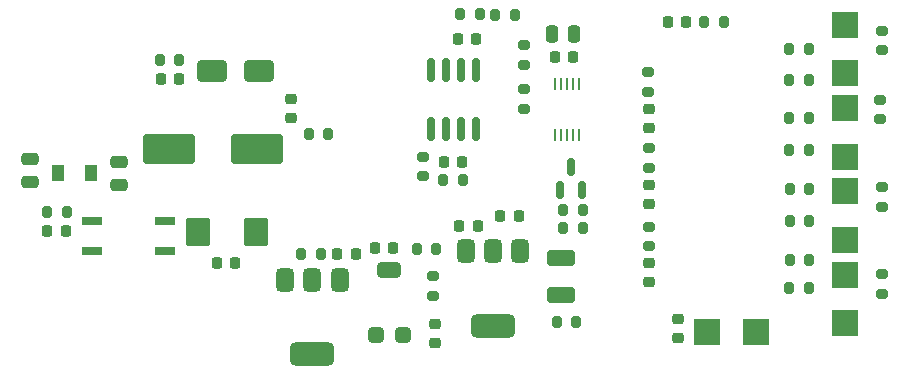
<source format=gbr>
%TF.GenerationSoftware,KiCad,Pcbnew,9.0.6-rc1*%
%TF.CreationDate,2025-10-23T11:59:12+01:00*%
%TF.ProjectId,PIDI-BOX-01-ADC-4-MAIN-A1,50494449-2d42-44f5-982d-30312d414443,rev?*%
%TF.SameCoordinates,Original*%
%TF.FileFunction,Paste,Top*%
%TF.FilePolarity,Positive*%
%FSLAX46Y46*%
G04 Gerber Fmt 4.6, Leading zero omitted, Abs format (unit mm)*
G04 Created by KiCad (PCBNEW 9.0.6-rc1) date 2025-10-23 11:59:12*
%MOMM*%
%LPD*%
G01*
G04 APERTURE LIST*
G04 Aperture macros list*
%AMRoundRect*
0 Rectangle with rounded corners*
0 $1 Rounding radius*
0 $2 $3 $4 $5 $6 $7 $8 $9 X,Y pos of 4 corners*
0 Add a 4 corners polygon primitive as box body*
4,1,4,$2,$3,$4,$5,$6,$7,$8,$9,$2,$3,0*
0 Add four circle primitives for the rounded corners*
1,1,$1+$1,$2,$3*
1,1,$1+$1,$4,$5*
1,1,$1+$1,$6,$7*
1,1,$1+$1,$8,$9*
0 Add four rect primitives between the rounded corners*
20,1,$1+$1,$2,$3,$4,$5,0*
20,1,$1+$1,$4,$5,$6,$7,0*
20,1,$1+$1,$6,$7,$8,$9,0*
20,1,$1+$1,$8,$9,$2,$3,0*%
G04 Aperture macros list end*
%ADD10RoundRect,0.200000X0.200000X0.275000X-0.200000X0.275000X-0.200000X-0.275000X0.200000X-0.275000X0*%
%ADD11R,1.750000X0.650000*%
%ADD12RoundRect,0.225000X-0.250000X0.225000X-0.250000X-0.225000X0.250000X-0.225000X0.250000X0.225000X0*%
%ADD13RoundRect,0.225000X0.225000X0.250000X-0.225000X0.250000X-0.225000X-0.250000X0.225000X-0.250000X0*%
%ADD14RoundRect,0.225000X-0.225000X-0.250000X0.225000X-0.250000X0.225000X0.250000X-0.225000X0.250000X0*%
%ADD15RoundRect,0.200000X-0.275000X0.200000X-0.275000X-0.200000X0.275000X-0.200000X0.275000X0.200000X0*%
%ADD16R,2.260600X2.209800*%
%ADD17R,0.250000X1.100000*%
%ADD18RoundRect,0.200000X0.275000X-0.200000X0.275000X0.200000X-0.275000X0.200000X-0.275000X-0.200000X0*%
%ADD19RoundRect,0.225000X0.250000X-0.225000X0.250000X0.225000X-0.250000X0.225000X-0.250000X-0.225000X0*%
%ADD20RoundRect,0.200000X-0.200000X-0.275000X0.200000X-0.275000X0.200000X0.275000X-0.200000X0.275000X0*%
%ADD21RoundRect,0.250000X1.000000X0.650000X-1.000000X0.650000X-1.000000X-0.650000X1.000000X-0.650000X0*%
%ADD22RoundRect,0.250000X-0.945000X0.420000X-0.945000X-0.420000X0.945000X-0.420000X0.945000X0.420000X0*%
%ADD23RoundRect,0.375000X-0.375000X0.625000X-0.375000X-0.625000X0.375000X-0.625000X0.375000X0.625000X0*%
%ADD24RoundRect,0.500000X-1.400000X0.500000X-1.400000X-0.500000X1.400000X-0.500000X1.400000X0.500000X0*%
%ADD25RoundRect,0.150000X0.150000X-0.825000X0.150000X0.825000X-0.150000X0.825000X-0.150000X-0.825000X0*%
%ADD26RoundRect,0.250000X0.400000X0.400000X-0.400000X0.400000X-0.400000X-0.400000X0.400000X-0.400000X0*%
%ADD27RoundRect,0.250000X0.750000X0.400000X-0.750000X0.400000X-0.750000X-0.400000X0.750000X-0.400000X0*%
%ADD28RoundRect,0.250000X0.475000X-0.250000X0.475000X0.250000X-0.475000X0.250000X-0.475000X-0.250000X0*%
%ADD29RoundRect,0.150000X0.150000X-0.587500X0.150000X0.587500X-0.150000X0.587500X-0.150000X-0.587500X0*%
%ADD30RoundRect,0.218750X0.218750X0.256250X-0.218750X0.256250X-0.218750X-0.256250X0.218750X-0.256250X0*%
%ADD31R,1.000000X1.400000*%
%ADD32RoundRect,0.250000X1.950000X1.000000X-1.950000X1.000000X-1.950000X-1.000000X1.950000X-1.000000X0*%
%ADD33R,2.209800X2.260600*%
%ADD34RoundRect,0.250000X-0.250000X-0.475000X0.250000X-0.475000X0.250000X0.475000X-0.250000X0.475000X0*%
%ADD35RoundRect,0.250000X-0.785000X-0.945000X0.785000X-0.945000X0.785000X0.945000X-0.785000X0.945000X0*%
G04 APERTURE END LIST*
D10*
%TO.C,R20*%
X174865800Y-60883800D03*
X173215800Y-60883800D03*
%TD*%
D11*
%TO.C,IC1*%
X120325000Y-78020000D03*
X120325000Y-75480000D03*
X114175000Y-75480000D03*
X114175000Y-78020000D03*
%TD*%
D12*
%TO.C,C16*%
X161290000Y-66027000D03*
X161290000Y-67577000D03*
%TD*%
D13*
%TO.C,C15*%
X164503400Y-58597800D03*
X162953400Y-58597800D03*
%TD*%
D14*
%TO.C,C3*%
X148750000Y-75075000D03*
X150300000Y-75075000D03*
%TD*%
%TO.C,C8*%
X138125000Y-77775000D03*
X139675000Y-77775000D03*
%TD*%
D10*
%TO.C,R22*%
X174879000Y-72745600D03*
X173229000Y-72745600D03*
%TD*%
D15*
%TO.C,R3*%
X142200000Y-70025000D03*
X142200000Y-71675000D03*
%TD*%
D16*
%TO.C,CR3*%
X177901600Y-65925700D03*
X177901600Y-70015100D03*
%TD*%
D13*
%TO.C,C21*%
X121525000Y-63425600D03*
X119975000Y-63425600D03*
%TD*%
D17*
%TO.C,U4*%
X153400000Y-68150000D03*
X153900000Y-68150000D03*
X154400000Y-68150000D03*
X154900000Y-68150000D03*
X155400000Y-68150000D03*
X155400000Y-63850000D03*
X154900000Y-63850000D03*
X154400000Y-63850000D03*
X153900000Y-63850000D03*
X153400000Y-63850000D03*
%TD*%
D10*
%TO.C,R7*%
X149975000Y-58025000D03*
X148325000Y-58025000D03*
%TD*%
D18*
%TO.C,R5*%
X143050000Y-81800000D03*
X143050000Y-80150000D03*
%TD*%
D16*
%TO.C,CR4*%
X177901600Y-72961500D03*
X177901600Y-77050900D03*
%TD*%
D19*
%TO.C,C6*%
X143175000Y-85775000D03*
X143175000Y-84225000D03*
%TD*%
D10*
%TO.C,R11*%
X167677600Y-58597800D03*
X166027600Y-58597800D03*
%TD*%
D20*
%TO.C,R19*%
X110375000Y-74700000D03*
X112025000Y-74700000D03*
%TD*%
%TO.C,R31*%
X154075000Y-74550000D03*
X155725000Y-74550000D03*
%TD*%
D14*
%TO.C,C13*%
X153375000Y-61544200D03*
X154925000Y-61544200D03*
%TD*%
D15*
%TO.C,R13*%
X161315400Y-69329800D03*
X161315400Y-70979800D03*
%TD*%
D20*
%TO.C,R15*%
X173190400Y-63500000D03*
X174840400Y-63500000D03*
%TD*%
D15*
%TO.C,R27*%
X181025800Y-79997800D03*
X181025800Y-81647800D03*
%TD*%
D19*
%TO.C,C9*%
X163775000Y-85350000D03*
X163775000Y-83800000D03*
%TD*%
D16*
%TO.C,CR2*%
X177901600Y-58877200D03*
X177901600Y-62966600D03*
%TD*%
D14*
%TO.C,C5*%
X143975000Y-70450000D03*
X145525000Y-70450000D03*
%TD*%
D21*
%TO.C,D4*%
X128300000Y-62800000D03*
X124300000Y-62800000D03*
%TD*%
D22*
%TO.C,C2*%
X153873200Y-78635000D03*
X153873200Y-81715000D03*
%TD*%
D23*
%TO.C,U3*%
X135137500Y-80450000D03*
X132837500Y-80450000D03*
D24*
X132837500Y-86750000D03*
D23*
X130537500Y-80450000D03*
%TD*%
D25*
%TO.C,U2*%
X142889200Y-67651400D03*
X144159200Y-67651400D03*
X145429200Y-67651400D03*
X146699200Y-67651400D03*
X146699200Y-62701400D03*
X145429200Y-62701400D03*
X144159200Y-62701400D03*
X142889200Y-62701400D03*
%TD*%
D20*
%TO.C,R16*%
X173190400Y-69494400D03*
X174840400Y-69494400D03*
%TD*%
D15*
%TO.C,R14*%
X161315400Y-75959200D03*
X161315400Y-77609200D03*
%TD*%
D26*
%TO.C,RV1*%
X138206800Y-85122200D03*
D27*
X139356800Y-79622200D03*
D26*
X140506800Y-85122200D03*
%TD*%
D28*
%TO.C,C19*%
X116450000Y-72400000D03*
X116450000Y-70500000D03*
%TD*%
D10*
%TO.C,R1*%
X134175000Y-68100000D03*
X132525000Y-68100000D03*
%TD*%
D29*
%TO.C,Q1*%
X153775000Y-72812500D03*
X155675000Y-72812500D03*
X154725000Y-70937500D03*
%TD*%
D19*
%TO.C,C1*%
X131050000Y-66725000D03*
X131050000Y-65175000D03*
%TD*%
D20*
%TO.C,R28*%
X119925000Y-61800000D03*
X121575000Y-61800000D03*
%TD*%
D10*
%TO.C,R4*%
X133550000Y-78225000D03*
X131900000Y-78225000D03*
%TD*%
D15*
%TO.C,R26*%
X181025800Y-72606400D03*
X181025800Y-74256400D03*
%TD*%
%TO.C,R10*%
X150750000Y-60575000D03*
X150750000Y-62225000D03*
%TD*%
D10*
%TO.C,R29*%
X155175000Y-84000000D03*
X153525000Y-84000000D03*
%TD*%
%TO.C,R21*%
X174853600Y-66725800D03*
X173203600Y-66725800D03*
%TD*%
D30*
%TO.C,D1*%
X136500000Y-78225000D03*
X134925000Y-78225000D03*
%TD*%
%TO.C,D2*%
X111936700Y-76351000D03*
X110361700Y-76351000D03*
%TD*%
D23*
%TO.C,U1*%
X150450000Y-78025000D03*
X148150000Y-78025000D03*
D24*
X148150000Y-84325000D03*
D23*
X145850000Y-78025000D03*
%TD*%
D31*
%TO.C,L1*%
X114075000Y-71400000D03*
X111275000Y-71400000D03*
%TD*%
D32*
%TO.C,C20*%
X128100000Y-69375000D03*
X120700000Y-69375000D03*
%TD*%
D10*
%TO.C,R6*%
X143325000Y-77800000D03*
X141675000Y-77800000D03*
%TD*%
D33*
%TO.C,CR1*%
X170369700Y-84875000D03*
X166280300Y-84875000D03*
%TD*%
D14*
%TO.C,C4*%
X145275000Y-75925000D03*
X146825000Y-75925000D03*
%TD*%
D18*
%TO.C,R9*%
X150725000Y-65950000D03*
X150725000Y-64300000D03*
%TD*%
D15*
%TO.C,R12*%
X161264600Y-62890400D03*
X161264600Y-64540400D03*
%TD*%
D20*
%TO.C,R18*%
X173215800Y-81102200D03*
X174865800Y-81102200D03*
%TD*%
D34*
%TO.C,C12*%
X153116200Y-59664600D03*
X155016200Y-59664600D03*
%TD*%
D16*
%TO.C,CR5*%
X177952400Y-80022700D03*
X177952400Y-84112100D03*
%TD*%
D15*
%TO.C,R24*%
X181025800Y-59360800D03*
X181025800Y-61010800D03*
%TD*%
%TO.C,R25*%
X180924200Y-65215000D03*
X180924200Y-66865000D03*
%TD*%
D12*
%TO.C,C17*%
X161290000Y-72453200D03*
X161290000Y-74003200D03*
%TD*%
D14*
%TO.C,C7*%
X145175000Y-60075000D03*
X146725000Y-60075000D03*
%TD*%
D20*
%TO.C,R17*%
X173229000Y-75438000D03*
X174879000Y-75438000D03*
%TD*%
D12*
%TO.C,C18*%
X161315400Y-79057200D03*
X161315400Y-80607200D03*
%TD*%
D35*
%TO.C,C10*%
X123155000Y-76375000D03*
X128095000Y-76375000D03*
%TD*%
D28*
%TO.C,C14*%
X108939200Y-72139600D03*
X108939200Y-70239600D03*
%TD*%
D10*
%TO.C,R8*%
X147000000Y-57975000D03*
X145350000Y-57975000D03*
%TD*%
%TO.C,R30*%
X155725000Y-76050000D03*
X154075000Y-76050000D03*
%TD*%
D14*
%TO.C,C11*%
X124750000Y-79000000D03*
X126300000Y-79000000D03*
%TD*%
D10*
%TO.C,R23*%
X174904400Y-78790800D03*
X173254400Y-78790800D03*
%TD*%
%TO.C,R2*%
X145575000Y-72000000D03*
X143925000Y-72000000D03*
%TD*%
M02*

</source>
